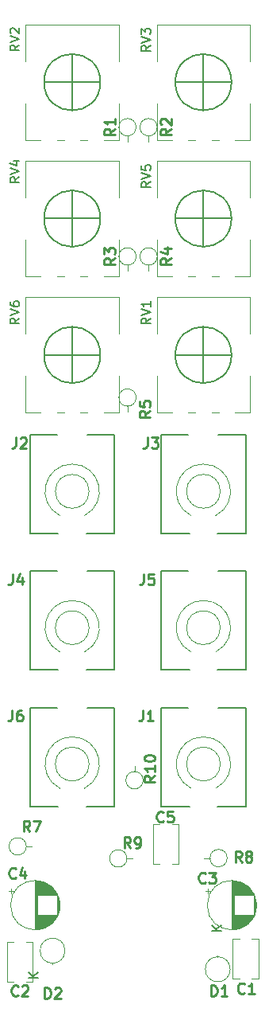
<source format=gto>
%TF.GenerationSoftware,KiCad,Pcbnew,(7.0.0)*%
%TF.CreationDate,2023-02-22T07:55:50-05:00*%
%TF.ProjectId,ER-MIXER5-02,45522d4d-4958-4455-9235-2d30322e6b69,1*%
%TF.SameCoordinates,Original*%
%TF.FileFunction,Legend,Top*%
%TF.FilePolarity,Positive*%
%FSLAX46Y46*%
G04 Gerber Fmt 4.6, Leading zero omitted, Abs format (unit mm)*
G04 Created by KiCad (PCBNEW (7.0.0)) date 2023-02-22 07:55:50*
%MOMM*%
%LPD*%
G01*
G04 APERTURE LIST*
%ADD10C,0.150000*%
%ADD11C,0.254000*%
%ADD12C,0.120000*%
%ADD13C,0.200000*%
G04 APERTURE END LIST*
D10*
%TO.C,RV5*%
X16967380Y-25595238D02*
X16491190Y-25928571D01*
X16967380Y-26166666D02*
X15967380Y-26166666D01*
X15967380Y-26166666D02*
X15967380Y-25785714D01*
X15967380Y-25785714D02*
X16015000Y-25690476D01*
X16015000Y-25690476D02*
X16062619Y-25642857D01*
X16062619Y-25642857D02*
X16157857Y-25595238D01*
X16157857Y-25595238D02*
X16300714Y-25595238D01*
X16300714Y-25595238D02*
X16395952Y-25642857D01*
X16395952Y-25642857D02*
X16443571Y-25690476D01*
X16443571Y-25690476D02*
X16491190Y-25785714D01*
X16491190Y-25785714D02*
X16491190Y-26166666D01*
X15967380Y-25309523D02*
X16967380Y-24976190D01*
X16967380Y-24976190D02*
X15967380Y-24642857D01*
X15967380Y-23833333D02*
X15967380Y-24309523D01*
X15967380Y-24309523D02*
X16443571Y-24357142D01*
X16443571Y-24357142D02*
X16395952Y-24309523D01*
X16395952Y-24309523D02*
X16348333Y-24214285D01*
X16348333Y-24214285D02*
X16348333Y-23976190D01*
X16348333Y-23976190D02*
X16395952Y-23880952D01*
X16395952Y-23880952D02*
X16443571Y-23833333D01*
X16443571Y-23833333D02*
X16538809Y-23785714D01*
X16538809Y-23785714D02*
X16776904Y-23785714D01*
X16776904Y-23785714D02*
X16872142Y-23833333D01*
X16872142Y-23833333D02*
X16919761Y-23880952D01*
X16919761Y-23880952D02*
X16967380Y-23976190D01*
X16967380Y-23976190D02*
X16967380Y-24214285D01*
X16967380Y-24214285D02*
X16919761Y-24309523D01*
X16919761Y-24309523D02*
X16872142Y-24357142D01*
D11*
%TO.C,R4*%
X19169916Y-33690499D02*
X18625630Y-34071499D01*
X19169916Y-34343642D02*
X18026916Y-34343642D01*
X18026916Y-34343642D02*
X18026916Y-33908213D01*
X18026916Y-33908213D02*
X18081345Y-33799356D01*
X18081345Y-33799356D02*
X18135773Y-33744927D01*
X18135773Y-33744927D02*
X18244630Y-33690499D01*
X18244630Y-33690499D02*
X18407916Y-33690499D01*
X18407916Y-33690499D02*
X18516773Y-33744927D01*
X18516773Y-33744927D02*
X18571202Y-33799356D01*
X18571202Y-33799356D02*
X18625630Y-33908213D01*
X18625630Y-33908213D02*
X18625630Y-34343642D01*
X18407916Y-32710785D02*
X19169916Y-32710785D01*
X17972487Y-32982927D02*
X18788916Y-33255070D01*
X18788916Y-33255070D02*
X18788916Y-32547499D01*
%TO.C,D2*%
X5656357Y-112419916D02*
X5656357Y-111276916D01*
X5656357Y-111276916D02*
X5928500Y-111276916D01*
X5928500Y-111276916D02*
X6091786Y-111331345D01*
X6091786Y-111331345D02*
X6200643Y-111440202D01*
X6200643Y-111440202D02*
X6255072Y-111549059D01*
X6255072Y-111549059D02*
X6309500Y-111766773D01*
X6309500Y-111766773D02*
X6309500Y-111930059D01*
X6309500Y-111930059D02*
X6255072Y-112147773D01*
X6255072Y-112147773D02*
X6200643Y-112256630D01*
X6200643Y-112256630D02*
X6091786Y-112365487D01*
X6091786Y-112365487D02*
X5928500Y-112419916D01*
X5928500Y-112419916D02*
X5656357Y-112419916D01*
X6744929Y-111385773D02*
X6799357Y-111331345D01*
X6799357Y-111331345D02*
X6908215Y-111276916D01*
X6908215Y-111276916D02*
X7180357Y-111276916D01*
X7180357Y-111276916D02*
X7289215Y-111331345D01*
X7289215Y-111331345D02*
X7343643Y-111385773D01*
X7343643Y-111385773D02*
X7398072Y-111494630D01*
X7398072Y-111494630D02*
X7398072Y-111603487D01*
X7398072Y-111603487D02*
X7343643Y-111766773D01*
X7343643Y-111766773D02*
X6690500Y-112419916D01*
X6690500Y-112419916D02*
X7398072Y-112419916D01*
D10*
X4985380Y-110243904D02*
X3985380Y-110243904D01*
X4985380Y-109672476D02*
X4413952Y-110101047D01*
X3985380Y-109672476D02*
X4556809Y-110243904D01*
%TO.C,RV1*%
X16967380Y-40095238D02*
X16491190Y-40428571D01*
X16967380Y-40666666D02*
X15967380Y-40666666D01*
X15967380Y-40666666D02*
X15967380Y-40285714D01*
X15967380Y-40285714D02*
X16015000Y-40190476D01*
X16015000Y-40190476D02*
X16062619Y-40142857D01*
X16062619Y-40142857D02*
X16157857Y-40095238D01*
X16157857Y-40095238D02*
X16300714Y-40095238D01*
X16300714Y-40095238D02*
X16395952Y-40142857D01*
X16395952Y-40142857D02*
X16443571Y-40190476D01*
X16443571Y-40190476D02*
X16491190Y-40285714D01*
X16491190Y-40285714D02*
X16491190Y-40666666D01*
X15967380Y-39809523D02*
X16967380Y-39476190D01*
X16967380Y-39476190D02*
X15967380Y-39142857D01*
X16967380Y-38285714D02*
X16967380Y-38857142D01*
X16967380Y-38571428D02*
X15967380Y-38571428D01*
X15967380Y-38571428D02*
X16110238Y-38666666D01*
X16110238Y-38666666D02*
X16205476Y-38761904D01*
X16205476Y-38761904D02*
X16253095Y-38857142D01*
%TO.C,RV3*%
X16967380Y-11095238D02*
X16491190Y-11428571D01*
X16967380Y-11666666D02*
X15967380Y-11666666D01*
X15967380Y-11666666D02*
X15967380Y-11285714D01*
X15967380Y-11285714D02*
X16015000Y-11190476D01*
X16015000Y-11190476D02*
X16062619Y-11142857D01*
X16062619Y-11142857D02*
X16157857Y-11095238D01*
X16157857Y-11095238D02*
X16300714Y-11095238D01*
X16300714Y-11095238D02*
X16395952Y-11142857D01*
X16395952Y-11142857D02*
X16443571Y-11190476D01*
X16443571Y-11190476D02*
X16491190Y-11285714D01*
X16491190Y-11285714D02*
X16491190Y-11666666D01*
X15967380Y-10809523D02*
X16967380Y-10476190D01*
X16967380Y-10476190D02*
X15967380Y-10142857D01*
X15967380Y-9904761D02*
X15967380Y-9285714D01*
X15967380Y-9285714D02*
X16348333Y-9619047D01*
X16348333Y-9619047D02*
X16348333Y-9476190D01*
X16348333Y-9476190D02*
X16395952Y-9380952D01*
X16395952Y-9380952D02*
X16443571Y-9333333D01*
X16443571Y-9333333D02*
X16538809Y-9285714D01*
X16538809Y-9285714D02*
X16776904Y-9285714D01*
X16776904Y-9285714D02*
X16872142Y-9333333D01*
X16872142Y-9333333D02*
X16919761Y-9380952D01*
X16919761Y-9380952D02*
X16967380Y-9476190D01*
X16967380Y-9476190D02*
X16967380Y-9761904D01*
X16967380Y-9761904D02*
X16919761Y-9857142D01*
X16919761Y-9857142D02*
X16872142Y-9904761D01*
%TO.C,RV6*%
X2967380Y-40095238D02*
X2491190Y-40428571D01*
X2967380Y-40666666D02*
X1967380Y-40666666D01*
X1967380Y-40666666D02*
X1967380Y-40285714D01*
X1967380Y-40285714D02*
X2015000Y-40190476D01*
X2015000Y-40190476D02*
X2062619Y-40142857D01*
X2062619Y-40142857D02*
X2157857Y-40095238D01*
X2157857Y-40095238D02*
X2300714Y-40095238D01*
X2300714Y-40095238D02*
X2395952Y-40142857D01*
X2395952Y-40142857D02*
X2443571Y-40190476D01*
X2443571Y-40190476D02*
X2491190Y-40285714D01*
X2491190Y-40285714D02*
X2491190Y-40666666D01*
X1967380Y-39809523D02*
X2967380Y-39476190D01*
X2967380Y-39476190D02*
X1967380Y-39142857D01*
X1967380Y-38380952D02*
X1967380Y-38571428D01*
X1967380Y-38571428D02*
X2015000Y-38666666D01*
X2015000Y-38666666D02*
X2062619Y-38714285D01*
X2062619Y-38714285D02*
X2205476Y-38809523D01*
X2205476Y-38809523D02*
X2395952Y-38857142D01*
X2395952Y-38857142D02*
X2776904Y-38857142D01*
X2776904Y-38857142D02*
X2872142Y-38809523D01*
X2872142Y-38809523D02*
X2919761Y-38761904D01*
X2919761Y-38761904D02*
X2967380Y-38666666D01*
X2967380Y-38666666D02*
X2967380Y-38476190D01*
X2967380Y-38476190D02*
X2919761Y-38380952D01*
X2919761Y-38380952D02*
X2872142Y-38333333D01*
X2872142Y-38333333D02*
X2776904Y-38285714D01*
X2776904Y-38285714D02*
X2538809Y-38285714D01*
X2538809Y-38285714D02*
X2443571Y-38333333D01*
X2443571Y-38333333D02*
X2395952Y-38380952D01*
X2395952Y-38380952D02*
X2348333Y-38476190D01*
X2348333Y-38476190D02*
X2348333Y-38666666D01*
X2348333Y-38666666D02*
X2395952Y-38761904D01*
X2395952Y-38761904D02*
X2443571Y-38809523D01*
X2443571Y-38809523D02*
X2538809Y-38857142D01*
D11*
%TO.C,J5*%
X16219000Y-67276916D02*
X16219000Y-68093345D01*
X16219000Y-68093345D02*
X16164571Y-68256630D01*
X16164571Y-68256630D02*
X16055714Y-68365487D01*
X16055714Y-68365487D02*
X15892428Y-68419916D01*
X15892428Y-68419916D02*
X15783571Y-68419916D01*
X17307571Y-67276916D02*
X16763285Y-67276916D01*
X16763285Y-67276916D02*
X16708857Y-67821202D01*
X16708857Y-67821202D02*
X16763285Y-67766773D01*
X16763285Y-67766773D02*
X16872143Y-67712345D01*
X16872143Y-67712345D02*
X17144285Y-67712345D01*
X17144285Y-67712345D02*
X17253143Y-67766773D01*
X17253143Y-67766773D02*
X17307571Y-67821202D01*
X17307571Y-67821202D02*
X17362000Y-67930059D01*
X17362000Y-67930059D02*
X17362000Y-68202202D01*
X17362000Y-68202202D02*
X17307571Y-68311059D01*
X17307571Y-68311059D02*
X17253143Y-68365487D01*
X17253143Y-68365487D02*
X17144285Y-68419916D01*
X17144285Y-68419916D02*
X16872143Y-68419916D01*
X16872143Y-68419916D02*
X16763285Y-68365487D01*
X16763285Y-68365487D02*
X16708857Y-68311059D01*
%TO.C,J6*%
X2169000Y-81776916D02*
X2169000Y-82593345D01*
X2169000Y-82593345D02*
X2114571Y-82756630D01*
X2114571Y-82756630D02*
X2005714Y-82865487D01*
X2005714Y-82865487D02*
X1842428Y-82919916D01*
X1842428Y-82919916D02*
X1733571Y-82919916D01*
X3203143Y-81776916D02*
X2985428Y-81776916D01*
X2985428Y-81776916D02*
X2876571Y-81831345D01*
X2876571Y-81831345D02*
X2822143Y-81885773D01*
X2822143Y-81885773D02*
X2713285Y-82049059D01*
X2713285Y-82049059D02*
X2658857Y-82266773D01*
X2658857Y-82266773D02*
X2658857Y-82702202D01*
X2658857Y-82702202D02*
X2713285Y-82811059D01*
X2713285Y-82811059D02*
X2767714Y-82865487D01*
X2767714Y-82865487D02*
X2876571Y-82919916D01*
X2876571Y-82919916D02*
X3094285Y-82919916D01*
X3094285Y-82919916D02*
X3203143Y-82865487D01*
X3203143Y-82865487D02*
X3257571Y-82811059D01*
X3257571Y-82811059D02*
X3312000Y-82702202D01*
X3312000Y-82702202D02*
X3312000Y-82430059D01*
X3312000Y-82430059D02*
X3257571Y-82321202D01*
X3257571Y-82321202D02*
X3203143Y-82266773D01*
X3203143Y-82266773D02*
X3094285Y-82212345D01*
X3094285Y-82212345D02*
X2876571Y-82212345D01*
X2876571Y-82212345D02*
X2767714Y-82266773D01*
X2767714Y-82266773D02*
X2713285Y-82321202D01*
X2713285Y-82321202D02*
X2658857Y-82430059D01*
%TO.C,R10*%
X17419916Y-88734785D02*
X16875630Y-89115785D01*
X17419916Y-89387928D02*
X16276916Y-89387928D01*
X16276916Y-89387928D02*
X16276916Y-88952499D01*
X16276916Y-88952499D02*
X16331345Y-88843642D01*
X16331345Y-88843642D02*
X16385773Y-88789213D01*
X16385773Y-88789213D02*
X16494630Y-88734785D01*
X16494630Y-88734785D02*
X16657916Y-88734785D01*
X16657916Y-88734785D02*
X16766773Y-88789213D01*
X16766773Y-88789213D02*
X16821202Y-88843642D01*
X16821202Y-88843642D02*
X16875630Y-88952499D01*
X16875630Y-88952499D02*
X16875630Y-89387928D01*
X17419916Y-87646213D02*
X17419916Y-88299356D01*
X17419916Y-87972785D02*
X16276916Y-87972785D01*
X16276916Y-87972785D02*
X16440202Y-88081642D01*
X16440202Y-88081642D02*
X16549059Y-88190499D01*
X16549059Y-88190499D02*
X16603487Y-88299356D01*
X16276916Y-86938642D02*
X16276916Y-86829785D01*
X16276916Y-86829785D02*
X16331345Y-86720928D01*
X16331345Y-86720928D02*
X16385773Y-86666500D01*
X16385773Y-86666500D02*
X16494630Y-86612071D01*
X16494630Y-86612071D02*
X16712345Y-86557642D01*
X16712345Y-86557642D02*
X16984487Y-86557642D01*
X16984487Y-86557642D02*
X17202202Y-86612071D01*
X17202202Y-86612071D02*
X17311059Y-86666500D01*
X17311059Y-86666500D02*
X17365487Y-86720928D01*
X17365487Y-86720928D02*
X17419916Y-86829785D01*
X17419916Y-86829785D02*
X17419916Y-86938642D01*
X17419916Y-86938642D02*
X17365487Y-87047500D01*
X17365487Y-87047500D02*
X17311059Y-87101928D01*
X17311059Y-87101928D02*
X17202202Y-87156357D01*
X17202202Y-87156357D02*
X16984487Y-87210785D01*
X16984487Y-87210785D02*
X16712345Y-87210785D01*
X16712345Y-87210785D02*
X16494630Y-87156357D01*
X16494630Y-87156357D02*
X16385773Y-87101928D01*
X16385773Y-87101928D02*
X16331345Y-87047500D01*
X16331345Y-87047500D02*
X16276916Y-86938642D01*
%TO.C,C3*%
X22809500Y-100061059D02*
X22755072Y-100115487D01*
X22755072Y-100115487D02*
X22591786Y-100169916D01*
X22591786Y-100169916D02*
X22482929Y-100169916D01*
X22482929Y-100169916D02*
X22319643Y-100115487D01*
X22319643Y-100115487D02*
X22210786Y-100006630D01*
X22210786Y-100006630D02*
X22156357Y-99897773D01*
X22156357Y-99897773D02*
X22101929Y-99680059D01*
X22101929Y-99680059D02*
X22101929Y-99516773D01*
X22101929Y-99516773D02*
X22156357Y-99299059D01*
X22156357Y-99299059D02*
X22210786Y-99190202D01*
X22210786Y-99190202D02*
X22319643Y-99081345D01*
X22319643Y-99081345D02*
X22482929Y-99026916D01*
X22482929Y-99026916D02*
X22591786Y-99026916D01*
X22591786Y-99026916D02*
X22755072Y-99081345D01*
X22755072Y-99081345D02*
X22809500Y-99135773D01*
X23190500Y-99026916D02*
X23898072Y-99026916D01*
X23898072Y-99026916D02*
X23517072Y-99462345D01*
X23517072Y-99462345D02*
X23680357Y-99462345D01*
X23680357Y-99462345D02*
X23789215Y-99516773D01*
X23789215Y-99516773D02*
X23843643Y-99571202D01*
X23843643Y-99571202D02*
X23898072Y-99680059D01*
X23898072Y-99680059D02*
X23898072Y-99952202D01*
X23898072Y-99952202D02*
X23843643Y-100061059D01*
X23843643Y-100061059D02*
X23789215Y-100115487D01*
X23789215Y-100115487D02*
X23680357Y-100169916D01*
X23680357Y-100169916D02*
X23353786Y-100169916D01*
X23353786Y-100169916D02*
X23244929Y-100115487D01*
X23244929Y-100115487D02*
X23190500Y-100061059D01*
%TO.C,R7*%
X4059500Y-94669916D02*
X3678500Y-94125630D01*
X3406357Y-94669916D02*
X3406357Y-93526916D01*
X3406357Y-93526916D02*
X3841786Y-93526916D01*
X3841786Y-93526916D02*
X3950643Y-93581345D01*
X3950643Y-93581345D02*
X4005072Y-93635773D01*
X4005072Y-93635773D02*
X4059500Y-93744630D01*
X4059500Y-93744630D02*
X4059500Y-93907916D01*
X4059500Y-93907916D02*
X4005072Y-94016773D01*
X4005072Y-94016773D02*
X3950643Y-94071202D01*
X3950643Y-94071202D02*
X3841786Y-94125630D01*
X3841786Y-94125630D02*
X3406357Y-94125630D01*
X4440500Y-93526916D02*
X5202500Y-93526916D01*
X5202500Y-93526916D02*
X4712643Y-94669916D01*
%TO.C,C1*%
X26987500Y-111817059D02*
X26933072Y-111871487D01*
X26933072Y-111871487D02*
X26769786Y-111925916D01*
X26769786Y-111925916D02*
X26660929Y-111925916D01*
X26660929Y-111925916D02*
X26497643Y-111871487D01*
X26497643Y-111871487D02*
X26388786Y-111762630D01*
X26388786Y-111762630D02*
X26334357Y-111653773D01*
X26334357Y-111653773D02*
X26279929Y-111436059D01*
X26279929Y-111436059D02*
X26279929Y-111272773D01*
X26279929Y-111272773D02*
X26334357Y-111055059D01*
X26334357Y-111055059D02*
X26388786Y-110946202D01*
X26388786Y-110946202D02*
X26497643Y-110837345D01*
X26497643Y-110837345D02*
X26660929Y-110782916D01*
X26660929Y-110782916D02*
X26769786Y-110782916D01*
X26769786Y-110782916D02*
X26933072Y-110837345D01*
X26933072Y-110837345D02*
X26987500Y-110891773D01*
X28076072Y-111925916D02*
X27422929Y-111925916D01*
X27749500Y-111925916D02*
X27749500Y-110782916D01*
X27749500Y-110782916D02*
X27640643Y-110946202D01*
X27640643Y-110946202D02*
X27531786Y-111055059D01*
X27531786Y-111055059D02*
X27422929Y-111109487D01*
%TO.C,R5*%
X16919916Y-49940499D02*
X16375630Y-50321499D01*
X16919916Y-50593642D02*
X15776916Y-50593642D01*
X15776916Y-50593642D02*
X15776916Y-50158213D01*
X15776916Y-50158213D02*
X15831345Y-50049356D01*
X15831345Y-50049356D02*
X15885773Y-49994927D01*
X15885773Y-49994927D02*
X15994630Y-49940499D01*
X15994630Y-49940499D02*
X16157916Y-49940499D01*
X16157916Y-49940499D02*
X16266773Y-49994927D01*
X16266773Y-49994927D02*
X16321202Y-50049356D01*
X16321202Y-50049356D02*
X16375630Y-50158213D01*
X16375630Y-50158213D02*
X16375630Y-50593642D01*
X15776916Y-48906356D02*
X15776916Y-49450642D01*
X15776916Y-49450642D02*
X16321202Y-49505070D01*
X16321202Y-49505070D02*
X16266773Y-49450642D01*
X16266773Y-49450642D02*
X16212345Y-49341785D01*
X16212345Y-49341785D02*
X16212345Y-49069642D01*
X16212345Y-49069642D02*
X16266773Y-48960785D01*
X16266773Y-48960785D02*
X16321202Y-48906356D01*
X16321202Y-48906356D02*
X16430059Y-48851927D01*
X16430059Y-48851927D02*
X16702202Y-48851927D01*
X16702202Y-48851927D02*
X16811059Y-48906356D01*
X16811059Y-48906356D02*
X16865487Y-48960785D01*
X16865487Y-48960785D02*
X16919916Y-49069642D01*
X16919916Y-49069642D02*
X16919916Y-49341785D01*
X16919916Y-49341785D02*
X16865487Y-49450642D01*
X16865487Y-49450642D02*
X16811059Y-49505070D01*
%TO.C,J2*%
X2583000Y-52776916D02*
X2583000Y-53593345D01*
X2583000Y-53593345D02*
X2528571Y-53756630D01*
X2528571Y-53756630D02*
X2419714Y-53865487D01*
X2419714Y-53865487D02*
X2256428Y-53919916D01*
X2256428Y-53919916D02*
X2147571Y-53919916D01*
X3072857Y-52885773D02*
X3127285Y-52831345D01*
X3127285Y-52831345D02*
X3236143Y-52776916D01*
X3236143Y-52776916D02*
X3508285Y-52776916D01*
X3508285Y-52776916D02*
X3617143Y-52831345D01*
X3617143Y-52831345D02*
X3671571Y-52885773D01*
X3671571Y-52885773D02*
X3726000Y-52994630D01*
X3726000Y-52994630D02*
X3726000Y-53103487D01*
X3726000Y-53103487D02*
X3671571Y-53266773D01*
X3671571Y-53266773D02*
X3018428Y-53919916D01*
X3018428Y-53919916D02*
X3726000Y-53919916D01*
%TO.C,J1*%
X16119000Y-81776916D02*
X16119000Y-82593345D01*
X16119000Y-82593345D02*
X16064571Y-82756630D01*
X16064571Y-82756630D02*
X15955714Y-82865487D01*
X15955714Y-82865487D02*
X15792428Y-82919916D01*
X15792428Y-82919916D02*
X15683571Y-82919916D01*
X17262000Y-82919916D02*
X16608857Y-82919916D01*
X16935428Y-82919916D02*
X16935428Y-81776916D01*
X16935428Y-81776916D02*
X16826571Y-81940202D01*
X16826571Y-81940202D02*
X16717714Y-82049059D01*
X16717714Y-82049059D02*
X16608857Y-82103487D01*
%TO.C,D1*%
X23406357Y-112169916D02*
X23406357Y-111026916D01*
X23406357Y-111026916D02*
X23678500Y-111026916D01*
X23678500Y-111026916D02*
X23841786Y-111081345D01*
X23841786Y-111081345D02*
X23950643Y-111190202D01*
X23950643Y-111190202D02*
X24005072Y-111299059D01*
X24005072Y-111299059D02*
X24059500Y-111516773D01*
X24059500Y-111516773D02*
X24059500Y-111680059D01*
X24059500Y-111680059D02*
X24005072Y-111897773D01*
X24005072Y-111897773D02*
X23950643Y-112006630D01*
X23950643Y-112006630D02*
X23841786Y-112115487D01*
X23841786Y-112115487D02*
X23678500Y-112169916D01*
X23678500Y-112169916D02*
X23406357Y-112169916D01*
X25148072Y-112169916D02*
X24494929Y-112169916D01*
X24821500Y-112169916D02*
X24821500Y-111026916D01*
X24821500Y-111026916D02*
X24712643Y-111190202D01*
X24712643Y-111190202D02*
X24603786Y-111299059D01*
X24603786Y-111299059D02*
X24494929Y-111353487D01*
D10*
X24497380Y-105240219D02*
X23497380Y-105240219D01*
X24497380Y-104668791D02*
X23925952Y-105097362D01*
X23497380Y-104668791D02*
X24068809Y-105240219D01*
D11*
%TO.C,C2*%
X2809500Y-112061059D02*
X2755072Y-112115487D01*
X2755072Y-112115487D02*
X2591786Y-112169916D01*
X2591786Y-112169916D02*
X2482929Y-112169916D01*
X2482929Y-112169916D02*
X2319643Y-112115487D01*
X2319643Y-112115487D02*
X2210786Y-112006630D01*
X2210786Y-112006630D02*
X2156357Y-111897773D01*
X2156357Y-111897773D02*
X2101929Y-111680059D01*
X2101929Y-111680059D02*
X2101929Y-111516773D01*
X2101929Y-111516773D02*
X2156357Y-111299059D01*
X2156357Y-111299059D02*
X2210786Y-111190202D01*
X2210786Y-111190202D02*
X2319643Y-111081345D01*
X2319643Y-111081345D02*
X2482929Y-111026916D01*
X2482929Y-111026916D02*
X2591786Y-111026916D01*
X2591786Y-111026916D02*
X2755072Y-111081345D01*
X2755072Y-111081345D02*
X2809500Y-111135773D01*
X3244929Y-111135773D02*
X3299357Y-111081345D01*
X3299357Y-111081345D02*
X3408215Y-111026916D01*
X3408215Y-111026916D02*
X3680357Y-111026916D01*
X3680357Y-111026916D02*
X3789215Y-111081345D01*
X3789215Y-111081345D02*
X3843643Y-111135773D01*
X3843643Y-111135773D02*
X3898072Y-111244630D01*
X3898072Y-111244630D02*
X3898072Y-111353487D01*
X3898072Y-111353487D02*
X3843643Y-111516773D01*
X3843643Y-111516773D02*
X3190500Y-112169916D01*
X3190500Y-112169916D02*
X3898072Y-112169916D01*
%TO.C,R8*%
X26685494Y-97919928D02*
X26304494Y-97375642D01*
X26032351Y-97919928D02*
X26032351Y-96776928D01*
X26032351Y-96776928D02*
X26467780Y-96776928D01*
X26467780Y-96776928D02*
X26576637Y-96831357D01*
X26576637Y-96831357D02*
X26631066Y-96885785D01*
X26631066Y-96885785D02*
X26685494Y-96994642D01*
X26685494Y-96994642D02*
X26685494Y-97157928D01*
X26685494Y-97157928D02*
X26631066Y-97266785D01*
X26631066Y-97266785D02*
X26576637Y-97321214D01*
X26576637Y-97321214D02*
X26467780Y-97375642D01*
X26467780Y-97375642D02*
X26032351Y-97375642D01*
X27338637Y-97266785D02*
X27229780Y-97212357D01*
X27229780Y-97212357D02*
X27175351Y-97157928D01*
X27175351Y-97157928D02*
X27120923Y-97049071D01*
X27120923Y-97049071D02*
X27120923Y-96994642D01*
X27120923Y-96994642D02*
X27175351Y-96885785D01*
X27175351Y-96885785D02*
X27229780Y-96831357D01*
X27229780Y-96831357D02*
X27338637Y-96776928D01*
X27338637Y-96776928D02*
X27556351Y-96776928D01*
X27556351Y-96776928D02*
X27665209Y-96831357D01*
X27665209Y-96831357D02*
X27719637Y-96885785D01*
X27719637Y-96885785D02*
X27774066Y-96994642D01*
X27774066Y-96994642D02*
X27774066Y-97049071D01*
X27774066Y-97049071D02*
X27719637Y-97157928D01*
X27719637Y-97157928D02*
X27665209Y-97212357D01*
X27665209Y-97212357D02*
X27556351Y-97266785D01*
X27556351Y-97266785D02*
X27338637Y-97266785D01*
X27338637Y-97266785D02*
X27229780Y-97321214D01*
X27229780Y-97321214D02*
X27175351Y-97375642D01*
X27175351Y-97375642D02*
X27120923Y-97484499D01*
X27120923Y-97484499D02*
X27120923Y-97702214D01*
X27120923Y-97702214D02*
X27175351Y-97811071D01*
X27175351Y-97811071D02*
X27229780Y-97865499D01*
X27229780Y-97865499D02*
X27338637Y-97919928D01*
X27338637Y-97919928D02*
X27556351Y-97919928D01*
X27556351Y-97919928D02*
X27665209Y-97865499D01*
X27665209Y-97865499D02*
X27719637Y-97811071D01*
X27719637Y-97811071D02*
X27774066Y-97702214D01*
X27774066Y-97702214D02*
X27774066Y-97484499D01*
X27774066Y-97484499D02*
X27719637Y-97375642D01*
X27719637Y-97375642D02*
X27665209Y-97321214D01*
X27665209Y-97321214D02*
X27556351Y-97266785D01*
%TO.C,R3*%
X13169916Y-33690499D02*
X12625630Y-34071499D01*
X13169916Y-34343642D02*
X12026916Y-34343642D01*
X12026916Y-34343642D02*
X12026916Y-33908213D01*
X12026916Y-33908213D02*
X12081345Y-33799356D01*
X12081345Y-33799356D02*
X12135773Y-33744927D01*
X12135773Y-33744927D02*
X12244630Y-33690499D01*
X12244630Y-33690499D02*
X12407916Y-33690499D01*
X12407916Y-33690499D02*
X12516773Y-33744927D01*
X12516773Y-33744927D02*
X12571202Y-33799356D01*
X12571202Y-33799356D02*
X12625630Y-33908213D01*
X12625630Y-33908213D02*
X12625630Y-34343642D01*
X12026916Y-33309499D02*
X12026916Y-32601927D01*
X12026916Y-32601927D02*
X12462345Y-32982927D01*
X12462345Y-32982927D02*
X12462345Y-32819642D01*
X12462345Y-32819642D02*
X12516773Y-32710785D01*
X12516773Y-32710785D02*
X12571202Y-32656356D01*
X12571202Y-32656356D02*
X12680059Y-32601927D01*
X12680059Y-32601927D02*
X12952202Y-32601927D01*
X12952202Y-32601927D02*
X13061059Y-32656356D01*
X13061059Y-32656356D02*
X13115487Y-32710785D01*
X13115487Y-32710785D02*
X13169916Y-32819642D01*
X13169916Y-32819642D02*
X13169916Y-33146213D01*
X13169916Y-33146213D02*
X13115487Y-33255070D01*
X13115487Y-33255070D02*
X13061059Y-33309499D01*
%TO.C,R9*%
X14809500Y-96419916D02*
X14428500Y-95875630D01*
X14156357Y-96419916D02*
X14156357Y-95276916D01*
X14156357Y-95276916D02*
X14591786Y-95276916D01*
X14591786Y-95276916D02*
X14700643Y-95331345D01*
X14700643Y-95331345D02*
X14755072Y-95385773D01*
X14755072Y-95385773D02*
X14809500Y-95494630D01*
X14809500Y-95494630D02*
X14809500Y-95657916D01*
X14809500Y-95657916D02*
X14755072Y-95766773D01*
X14755072Y-95766773D02*
X14700643Y-95821202D01*
X14700643Y-95821202D02*
X14591786Y-95875630D01*
X14591786Y-95875630D02*
X14156357Y-95875630D01*
X15353786Y-96419916D02*
X15571500Y-96419916D01*
X15571500Y-96419916D02*
X15680357Y-96365487D01*
X15680357Y-96365487D02*
X15734786Y-96311059D01*
X15734786Y-96311059D02*
X15843643Y-96147773D01*
X15843643Y-96147773D02*
X15898072Y-95930059D01*
X15898072Y-95930059D02*
X15898072Y-95494630D01*
X15898072Y-95494630D02*
X15843643Y-95385773D01*
X15843643Y-95385773D02*
X15789215Y-95331345D01*
X15789215Y-95331345D02*
X15680357Y-95276916D01*
X15680357Y-95276916D02*
X15462643Y-95276916D01*
X15462643Y-95276916D02*
X15353786Y-95331345D01*
X15353786Y-95331345D02*
X15299357Y-95385773D01*
X15299357Y-95385773D02*
X15244929Y-95494630D01*
X15244929Y-95494630D02*
X15244929Y-95766773D01*
X15244929Y-95766773D02*
X15299357Y-95875630D01*
X15299357Y-95875630D02*
X15353786Y-95930059D01*
X15353786Y-95930059D02*
X15462643Y-95984487D01*
X15462643Y-95984487D02*
X15680357Y-95984487D01*
X15680357Y-95984487D02*
X15789215Y-95930059D01*
X15789215Y-95930059D02*
X15843643Y-95875630D01*
X15843643Y-95875630D02*
X15898072Y-95766773D01*
%TO.C,J4*%
X2219000Y-67276916D02*
X2219000Y-68093345D01*
X2219000Y-68093345D02*
X2164571Y-68256630D01*
X2164571Y-68256630D02*
X2055714Y-68365487D01*
X2055714Y-68365487D02*
X1892428Y-68419916D01*
X1892428Y-68419916D02*
X1783571Y-68419916D01*
X3253143Y-67657916D02*
X3253143Y-68419916D01*
X2981000Y-67222487D02*
X2708857Y-68038916D01*
X2708857Y-68038916D02*
X3416428Y-68038916D01*
D10*
%TO.C,RV2*%
X2967380Y-11045238D02*
X2491190Y-11378571D01*
X2967380Y-11616666D02*
X1967380Y-11616666D01*
X1967380Y-11616666D02*
X1967380Y-11235714D01*
X1967380Y-11235714D02*
X2015000Y-11140476D01*
X2015000Y-11140476D02*
X2062619Y-11092857D01*
X2062619Y-11092857D02*
X2157857Y-11045238D01*
X2157857Y-11045238D02*
X2300714Y-11045238D01*
X2300714Y-11045238D02*
X2395952Y-11092857D01*
X2395952Y-11092857D02*
X2443571Y-11140476D01*
X2443571Y-11140476D02*
X2491190Y-11235714D01*
X2491190Y-11235714D02*
X2491190Y-11616666D01*
X1967380Y-10759523D02*
X2967380Y-10426190D01*
X2967380Y-10426190D02*
X1967380Y-10092857D01*
X2062619Y-9807142D02*
X2015000Y-9759523D01*
X2015000Y-9759523D02*
X1967380Y-9664285D01*
X1967380Y-9664285D02*
X1967380Y-9426190D01*
X1967380Y-9426190D02*
X2015000Y-9330952D01*
X2015000Y-9330952D02*
X2062619Y-9283333D01*
X2062619Y-9283333D02*
X2157857Y-9235714D01*
X2157857Y-9235714D02*
X2253095Y-9235714D01*
X2253095Y-9235714D02*
X2395952Y-9283333D01*
X2395952Y-9283333D02*
X2967380Y-9854761D01*
X2967380Y-9854761D02*
X2967380Y-9235714D01*
D11*
%TO.C,R1*%
X13169916Y-19940499D02*
X12625630Y-20321499D01*
X13169916Y-20593642D02*
X12026916Y-20593642D01*
X12026916Y-20593642D02*
X12026916Y-20158213D01*
X12026916Y-20158213D02*
X12081345Y-20049356D01*
X12081345Y-20049356D02*
X12135773Y-19994927D01*
X12135773Y-19994927D02*
X12244630Y-19940499D01*
X12244630Y-19940499D02*
X12407916Y-19940499D01*
X12407916Y-19940499D02*
X12516773Y-19994927D01*
X12516773Y-19994927D02*
X12571202Y-20049356D01*
X12571202Y-20049356D02*
X12625630Y-20158213D01*
X12625630Y-20158213D02*
X12625630Y-20593642D01*
X13169916Y-18851927D02*
X13169916Y-19505070D01*
X13169916Y-19178499D02*
X12026916Y-19178499D01*
X12026916Y-19178499D02*
X12190202Y-19287356D01*
X12190202Y-19287356D02*
X12299059Y-19396213D01*
X12299059Y-19396213D02*
X12353487Y-19505070D01*
D10*
%TO.C,RV4*%
X2967380Y-25095238D02*
X2491190Y-25428571D01*
X2967380Y-25666666D02*
X1967380Y-25666666D01*
X1967380Y-25666666D02*
X1967380Y-25285714D01*
X1967380Y-25285714D02*
X2015000Y-25190476D01*
X2015000Y-25190476D02*
X2062619Y-25142857D01*
X2062619Y-25142857D02*
X2157857Y-25095238D01*
X2157857Y-25095238D02*
X2300714Y-25095238D01*
X2300714Y-25095238D02*
X2395952Y-25142857D01*
X2395952Y-25142857D02*
X2443571Y-25190476D01*
X2443571Y-25190476D02*
X2491190Y-25285714D01*
X2491190Y-25285714D02*
X2491190Y-25666666D01*
X1967380Y-24809523D02*
X2967380Y-24476190D01*
X2967380Y-24476190D02*
X1967380Y-24142857D01*
X2300714Y-23380952D02*
X2967380Y-23380952D01*
X1919761Y-23619047D02*
X2634047Y-23857142D01*
X2634047Y-23857142D02*
X2634047Y-23238095D01*
D11*
%TO.C,R2*%
X19169916Y-19940499D02*
X18625630Y-20321499D01*
X19169916Y-20593642D02*
X18026916Y-20593642D01*
X18026916Y-20593642D02*
X18026916Y-20158213D01*
X18026916Y-20158213D02*
X18081345Y-20049356D01*
X18081345Y-20049356D02*
X18135773Y-19994927D01*
X18135773Y-19994927D02*
X18244630Y-19940499D01*
X18244630Y-19940499D02*
X18407916Y-19940499D01*
X18407916Y-19940499D02*
X18516773Y-19994927D01*
X18516773Y-19994927D02*
X18571202Y-20049356D01*
X18571202Y-20049356D02*
X18625630Y-20158213D01*
X18625630Y-20158213D02*
X18625630Y-20593642D01*
X18135773Y-19505070D02*
X18081345Y-19450642D01*
X18081345Y-19450642D02*
X18026916Y-19341785D01*
X18026916Y-19341785D02*
X18026916Y-19069642D01*
X18026916Y-19069642D02*
X18081345Y-18960785D01*
X18081345Y-18960785D02*
X18135773Y-18906356D01*
X18135773Y-18906356D02*
X18244630Y-18851927D01*
X18244630Y-18851927D02*
X18353487Y-18851927D01*
X18353487Y-18851927D02*
X18516773Y-18906356D01*
X18516773Y-18906356D02*
X19169916Y-19559499D01*
X19169916Y-19559499D02*
X19169916Y-18851927D01*
%TO.C,C5*%
X18309500Y-93561059D02*
X18255072Y-93615487D01*
X18255072Y-93615487D02*
X18091786Y-93669916D01*
X18091786Y-93669916D02*
X17982929Y-93669916D01*
X17982929Y-93669916D02*
X17819643Y-93615487D01*
X17819643Y-93615487D02*
X17710786Y-93506630D01*
X17710786Y-93506630D02*
X17656357Y-93397773D01*
X17656357Y-93397773D02*
X17601929Y-93180059D01*
X17601929Y-93180059D02*
X17601929Y-93016773D01*
X17601929Y-93016773D02*
X17656357Y-92799059D01*
X17656357Y-92799059D02*
X17710786Y-92690202D01*
X17710786Y-92690202D02*
X17819643Y-92581345D01*
X17819643Y-92581345D02*
X17982929Y-92526916D01*
X17982929Y-92526916D02*
X18091786Y-92526916D01*
X18091786Y-92526916D02*
X18255072Y-92581345D01*
X18255072Y-92581345D02*
X18309500Y-92635773D01*
X19343643Y-92526916D02*
X18799357Y-92526916D01*
X18799357Y-92526916D02*
X18744929Y-93071202D01*
X18744929Y-93071202D02*
X18799357Y-93016773D01*
X18799357Y-93016773D02*
X18908215Y-92962345D01*
X18908215Y-92962345D02*
X19180357Y-92962345D01*
X19180357Y-92962345D02*
X19289215Y-93016773D01*
X19289215Y-93016773D02*
X19343643Y-93071202D01*
X19343643Y-93071202D02*
X19398072Y-93180059D01*
X19398072Y-93180059D02*
X19398072Y-93452202D01*
X19398072Y-93452202D02*
X19343643Y-93561059D01*
X19343643Y-93561059D02*
X19289215Y-93615487D01*
X19289215Y-93615487D02*
X19180357Y-93669916D01*
X19180357Y-93669916D02*
X18908215Y-93669916D01*
X18908215Y-93669916D02*
X18799357Y-93615487D01*
X18799357Y-93615487D02*
X18744929Y-93561059D01*
%TO.C,C4*%
X2559500Y-99561059D02*
X2505072Y-99615487D01*
X2505072Y-99615487D02*
X2341786Y-99669916D01*
X2341786Y-99669916D02*
X2232929Y-99669916D01*
X2232929Y-99669916D02*
X2069643Y-99615487D01*
X2069643Y-99615487D02*
X1960786Y-99506630D01*
X1960786Y-99506630D02*
X1906357Y-99397773D01*
X1906357Y-99397773D02*
X1851929Y-99180059D01*
X1851929Y-99180059D02*
X1851929Y-99016773D01*
X1851929Y-99016773D02*
X1906357Y-98799059D01*
X1906357Y-98799059D02*
X1960786Y-98690202D01*
X1960786Y-98690202D02*
X2069643Y-98581345D01*
X2069643Y-98581345D02*
X2232929Y-98526916D01*
X2232929Y-98526916D02*
X2341786Y-98526916D01*
X2341786Y-98526916D02*
X2505072Y-98581345D01*
X2505072Y-98581345D02*
X2559500Y-98635773D01*
X3539215Y-98907916D02*
X3539215Y-99669916D01*
X3267072Y-98472487D02*
X2994929Y-99288916D01*
X2994929Y-99288916D02*
X3702500Y-99288916D01*
%TO.C,J3*%
X16613000Y-52776916D02*
X16613000Y-53593345D01*
X16613000Y-53593345D02*
X16558571Y-53756630D01*
X16558571Y-53756630D02*
X16449714Y-53865487D01*
X16449714Y-53865487D02*
X16286428Y-53919916D01*
X16286428Y-53919916D02*
X16177571Y-53919916D01*
X17048428Y-52776916D02*
X17756000Y-52776916D01*
X17756000Y-52776916D02*
X17375000Y-53212345D01*
X17375000Y-53212345D02*
X17538285Y-53212345D01*
X17538285Y-53212345D02*
X17647143Y-53266773D01*
X17647143Y-53266773D02*
X17701571Y-53321202D01*
X17701571Y-53321202D02*
X17756000Y-53430059D01*
X17756000Y-53430059D02*
X17756000Y-53702202D01*
X17756000Y-53702202D02*
X17701571Y-53811059D01*
X17701571Y-53811059D02*
X17647143Y-53865487D01*
X17647143Y-53865487D02*
X17538285Y-53919916D01*
X17538285Y-53919916D02*
X17211714Y-53919916D01*
X17211714Y-53919916D02*
X17102857Y-53865487D01*
X17102857Y-53865487D02*
X17048428Y-53811059D01*
D12*
%TO.C,RV5*%
X17630000Y-35620000D02*
X19229000Y-35620000D01*
X17630000Y-35620000D02*
X17630000Y-31755000D01*
X20971000Y-35620000D02*
X21730000Y-35620000D01*
X23471000Y-35620000D02*
X24230000Y-35620000D01*
X25970000Y-35620000D02*
X27570000Y-35620000D01*
X27570000Y-35620000D02*
X27570000Y-31755000D01*
D10*
X22600000Y-32500000D02*
X22600000Y-26500000D01*
X19600000Y-29500000D02*
X25600000Y-29500000D01*
D12*
X17630000Y-27245000D02*
X17630000Y-23380000D01*
X27570000Y-27245000D02*
X27570000Y-23380000D01*
X17630000Y-23380000D02*
X27570000Y-23380000D01*
D10*
X25600000Y-29500000D02*
G75*
G03*
X25600000Y-29500000I-3000000J0D01*
G01*
D12*
%TO.C,R4*%
X16750000Y-34450000D02*
X16750000Y-35070000D01*
X17670000Y-33530000D02*
G75*
G03*
X17670000Y-33530000I-920000J0D01*
G01*
%TO.C,D2*%
X6500000Y-108670057D02*
X6500000Y-108783686D01*
X7826371Y-107343686D02*
G75*
G03*
X7826371Y-107343686I-1326371J0D01*
G01*
%TO.C,RV1*%
X17630000Y-50120000D02*
X19229000Y-50120000D01*
X17630000Y-50120000D02*
X17630000Y-46255000D01*
X20971000Y-50120000D02*
X21730000Y-50120000D01*
X23471000Y-50120000D02*
X24230000Y-50120000D01*
X25970000Y-50120000D02*
X27570000Y-50120000D01*
X27570000Y-50120000D02*
X27570000Y-46255000D01*
D10*
X22600000Y-47000000D02*
X22600000Y-41000000D01*
X19600000Y-44000000D02*
X25600000Y-44000000D01*
D12*
X17630000Y-41745000D02*
X17630000Y-37880000D01*
X27570000Y-41745000D02*
X27570000Y-37880000D01*
X17630000Y-37880000D02*
X27570000Y-37880000D01*
D10*
X25600000Y-44000000D02*
G75*
G03*
X25600000Y-44000000I-3000000J0D01*
G01*
D12*
%TO.C,RV3*%
X17630000Y-21120000D02*
X19229000Y-21120000D01*
X17630000Y-21120000D02*
X17630000Y-17255000D01*
X20971000Y-21120000D02*
X21730000Y-21120000D01*
X23471000Y-21120000D02*
X24230000Y-21120000D01*
X25970000Y-21120000D02*
X27570000Y-21120000D01*
X27570000Y-21120000D02*
X27570000Y-17255000D01*
D10*
X22600000Y-18000000D02*
X22600000Y-12000000D01*
X19600000Y-15000000D02*
X25600000Y-15000000D01*
D12*
X17630000Y-12745000D02*
X17630000Y-8880000D01*
X27570000Y-12745000D02*
X27570000Y-8880000D01*
X17630000Y-8880000D02*
X27570000Y-8880000D01*
D10*
X25600000Y-15000000D02*
G75*
G03*
X25600000Y-15000000I-3000000J0D01*
G01*
D12*
%TO.C,RV6*%
X3630000Y-50120000D02*
X5229000Y-50120000D01*
X3630000Y-50120000D02*
X3630000Y-46255000D01*
X6971000Y-50120000D02*
X7730000Y-50120000D01*
X9471000Y-50120000D02*
X10230000Y-50120000D01*
X11970000Y-50120000D02*
X13570000Y-50120000D01*
X13570000Y-50120000D02*
X13570000Y-46255000D01*
D10*
X8600000Y-47000000D02*
X8600000Y-41000000D01*
X5600000Y-44000000D02*
X11600000Y-44000000D01*
D12*
X3630000Y-41745000D02*
X3630000Y-37880000D01*
X13570000Y-41745000D02*
X13570000Y-37880000D01*
X3630000Y-37880000D02*
X13570000Y-37880000D01*
D10*
X11600000Y-44000000D02*
G75*
G03*
X11600000Y-44000000I-3000000J0D01*
G01*
D13*
%TO.C,J5*%
X18100000Y-67000000D02*
X21000000Y-67000000D01*
X18100000Y-77500000D02*
X18100000Y-67000000D01*
X18100000Y-77500000D02*
X21100000Y-77500000D01*
X24100000Y-77500000D02*
X27100000Y-77500000D01*
X24200000Y-67000000D02*
X27100000Y-67000000D01*
X27100000Y-77500000D02*
X27100000Y-67000000D01*
D12*
X22600000Y-70105000D02*
G75*
G03*
X21303737Y-75588576I0J-2895000D01*
G01*
X23896263Y-75588576D02*
G75*
G03*
X22600000Y-70105000I-1296263J2588576D01*
G01*
X24400000Y-73000000D02*
G75*
G03*
X24400000Y-73000000I-1800000J0D01*
G01*
D13*
%TO.C,J6*%
X4100000Y-81500000D02*
X7000000Y-81500000D01*
X4100000Y-92000000D02*
X4100000Y-81500000D01*
X4100000Y-92000000D02*
X7100000Y-92000000D01*
X10100000Y-92000000D02*
X13100000Y-92000000D01*
X10200000Y-81500000D02*
X13100000Y-81500000D01*
X13100000Y-92000000D02*
X13100000Y-81500000D01*
D12*
X8600000Y-84605000D02*
G75*
G03*
X7303737Y-90088576I0J-2895000D01*
G01*
X9896263Y-90088576D02*
G75*
G03*
X8600000Y-84605000I-1296263J2588576D01*
G01*
X10400000Y-87500000D02*
G75*
G03*
X10400000Y-87500000I-1800000J0D01*
G01*
%TO.C,R10*%
X15250000Y-88300000D02*
X15250000Y-87680000D01*
X16170000Y-89220000D02*
G75*
G03*
X16170000Y-89220000I-920000J0D01*
G01*
%TO.C,C3*%
X22829225Y-101025000D02*
X23329225Y-101025000D01*
X23079225Y-100775000D02*
X23079225Y-101275000D01*
X25634000Y-99920000D02*
X25634000Y-105080000D01*
X25674000Y-99920000D02*
X25674000Y-105080000D01*
X25714000Y-99921000D02*
X25714000Y-105079000D01*
X25754000Y-99922000D02*
X25754000Y-105078000D01*
X25794000Y-99924000D02*
X25794000Y-105076000D01*
X25834000Y-99927000D02*
X25834000Y-105073000D01*
X25874000Y-99931000D02*
X25874000Y-101460000D01*
X25874000Y-103540000D02*
X25874000Y-105069000D01*
X25914000Y-99935000D02*
X25914000Y-101460000D01*
X25914000Y-103540000D02*
X25914000Y-105065000D01*
X25954000Y-99939000D02*
X25954000Y-101460000D01*
X25954000Y-103540000D02*
X25954000Y-105061000D01*
X25994000Y-99944000D02*
X25994000Y-101460000D01*
X25994000Y-103540000D02*
X25994000Y-105056000D01*
X26034000Y-99950000D02*
X26034000Y-101460000D01*
X26034000Y-103540000D02*
X26034000Y-105050000D01*
X26074000Y-99957000D02*
X26074000Y-101460000D01*
X26074000Y-103540000D02*
X26074000Y-105043000D01*
X26114000Y-99964000D02*
X26114000Y-101460000D01*
X26114000Y-103540000D02*
X26114000Y-105036000D01*
X26154000Y-99972000D02*
X26154000Y-101460000D01*
X26154000Y-103540000D02*
X26154000Y-105028000D01*
X26194000Y-99980000D02*
X26194000Y-101460000D01*
X26194000Y-103540000D02*
X26194000Y-105020000D01*
X26234000Y-99989000D02*
X26234000Y-101460000D01*
X26234000Y-103540000D02*
X26234000Y-105011000D01*
X26274000Y-99999000D02*
X26274000Y-101460000D01*
X26274000Y-103540000D02*
X26274000Y-105001000D01*
X26314000Y-100009000D02*
X26314000Y-101460000D01*
X26314000Y-103540000D02*
X26314000Y-104991000D01*
X26355000Y-100020000D02*
X26355000Y-101460000D01*
X26355000Y-103540000D02*
X26355000Y-104980000D01*
X26395000Y-100032000D02*
X26395000Y-101460000D01*
X26395000Y-103540000D02*
X26395000Y-104968000D01*
X26435000Y-100045000D02*
X26435000Y-101460000D01*
X26435000Y-103540000D02*
X26435000Y-104955000D01*
X26475000Y-100058000D02*
X26475000Y-101460000D01*
X26475000Y-103540000D02*
X26475000Y-104942000D01*
X26515000Y-100072000D02*
X26515000Y-101460000D01*
X26515000Y-103540000D02*
X26515000Y-104928000D01*
X26555000Y-100086000D02*
X26555000Y-101460000D01*
X26555000Y-103540000D02*
X26555000Y-104914000D01*
X26595000Y-100102000D02*
X26595000Y-101460000D01*
X26595000Y-103540000D02*
X26595000Y-104898000D01*
X26635000Y-100118000D02*
X26635000Y-101460000D01*
X26635000Y-103540000D02*
X26635000Y-104882000D01*
X26675000Y-100135000D02*
X26675000Y-101460000D01*
X26675000Y-103540000D02*
X26675000Y-104865000D01*
X26715000Y-100152000D02*
X26715000Y-101460000D01*
X26715000Y-103540000D02*
X26715000Y-104848000D01*
X26755000Y-100171000D02*
X26755000Y-101460000D01*
X26755000Y-103540000D02*
X26755000Y-104829000D01*
X26795000Y-100190000D02*
X26795000Y-101460000D01*
X26795000Y-103540000D02*
X26795000Y-104810000D01*
X26835000Y-100210000D02*
X26835000Y-101460000D01*
X26835000Y-103540000D02*
X26835000Y-104790000D01*
X26875000Y-100232000D02*
X26875000Y-101460000D01*
X26875000Y-103540000D02*
X26875000Y-104768000D01*
X26915000Y-100253000D02*
X26915000Y-101460000D01*
X26915000Y-103540000D02*
X26915000Y-104747000D01*
X26955000Y-100276000D02*
X26955000Y-101460000D01*
X26955000Y-103540000D02*
X26955000Y-104724000D01*
X26995000Y-100300000D02*
X26995000Y-101460000D01*
X26995000Y-103540000D02*
X26995000Y-104700000D01*
X27035000Y-100325000D02*
X27035000Y-101460000D01*
X27035000Y-103540000D02*
X27035000Y-104675000D01*
X27075000Y-100351000D02*
X27075000Y-101460000D01*
X27075000Y-103540000D02*
X27075000Y-104649000D01*
X27115000Y-100378000D02*
X27115000Y-101460000D01*
X27115000Y-103540000D02*
X27115000Y-104622000D01*
X27155000Y-100405000D02*
X27155000Y-101460000D01*
X27155000Y-103540000D02*
X27155000Y-104595000D01*
X27195000Y-100435000D02*
X27195000Y-101460000D01*
X27195000Y-103540000D02*
X27195000Y-104565000D01*
X27235000Y-100465000D02*
X27235000Y-101460000D01*
X27235000Y-103540000D02*
X27235000Y-104535000D01*
X27275000Y-100496000D02*
X27275000Y-101460000D01*
X27275000Y-103540000D02*
X27275000Y-104504000D01*
X27315000Y-100529000D02*
X27315000Y-101460000D01*
X27315000Y-103540000D02*
X27315000Y-104471000D01*
X27355000Y-100563000D02*
X27355000Y-101460000D01*
X27355000Y-103540000D02*
X27355000Y-104437000D01*
X27395000Y-100599000D02*
X27395000Y-101460000D01*
X27395000Y-103540000D02*
X27395000Y-104401000D01*
X27435000Y-100636000D02*
X27435000Y-101460000D01*
X27435000Y-103540000D02*
X27435000Y-104364000D01*
X27475000Y-100674000D02*
X27475000Y-101460000D01*
X27475000Y-103540000D02*
X27475000Y-104326000D01*
X27515000Y-100715000D02*
X27515000Y-101460000D01*
X27515000Y-103540000D02*
X27515000Y-104285000D01*
X27555000Y-100757000D02*
X27555000Y-101460000D01*
X27555000Y-103540000D02*
X27555000Y-104243000D01*
X27595000Y-100801000D02*
X27595000Y-101460000D01*
X27595000Y-103540000D02*
X27595000Y-104199000D01*
X27635000Y-100847000D02*
X27635000Y-101460000D01*
X27635000Y-103540000D02*
X27635000Y-104153000D01*
X27675000Y-100895000D02*
X27675000Y-101460000D01*
X27675000Y-103540000D02*
X27675000Y-104105000D01*
X27715000Y-100946000D02*
X27715000Y-101460000D01*
X27715000Y-103540000D02*
X27715000Y-104054000D01*
X27755000Y-101000000D02*
X27755000Y-101460000D01*
X27755000Y-103540000D02*
X27755000Y-104000000D01*
X27795000Y-101057000D02*
X27795000Y-101460000D01*
X27795000Y-103540000D02*
X27795000Y-103943000D01*
X27835000Y-101117000D02*
X27835000Y-101460000D01*
X27835000Y-103540000D02*
X27835000Y-103883000D01*
X27875000Y-101181000D02*
X27875000Y-101460000D01*
X27875000Y-103540000D02*
X27875000Y-103819000D01*
X27915000Y-101249000D02*
X27915000Y-101460000D01*
X27915000Y-103540000D02*
X27915000Y-103751000D01*
X27955000Y-101322000D02*
X27955000Y-103678000D01*
X27995000Y-101402000D02*
X27995000Y-103598000D01*
X28035000Y-101489000D02*
X28035000Y-103511000D01*
X28075000Y-101585000D02*
X28075000Y-103415000D01*
X28115000Y-101695000D02*
X28115000Y-103305000D01*
X28155000Y-101823000D02*
X28155000Y-103177000D01*
X28195000Y-101982000D02*
X28195000Y-103018000D01*
X28235000Y-102216000D02*
X28235000Y-102784000D01*
X28254000Y-102500000D02*
G75*
G03*
X28254000Y-102500000I-2620000J0D01*
G01*
%TO.C,R7*%
X3700000Y-96250000D02*
X4320000Y-96250000D01*
X3700000Y-96250000D02*
G75*
G03*
X3700000Y-96250000I-920000J0D01*
G01*
%TO.C,C1*%
X28470000Y-106084000D02*
X27765000Y-106084000D01*
X28470000Y-106084000D02*
X28470000Y-110324000D01*
X26435000Y-106084000D02*
X25730000Y-106084000D01*
X25730000Y-106084000D02*
X25730000Y-110324000D01*
X28470000Y-110324000D02*
X27765000Y-110324000D01*
X26435000Y-110324000D02*
X25730000Y-110324000D01*
%TO.C,R5*%
X14500000Y-49450000D02*
X14500000Y-50070000D01*
X15420000Y-48530000D02*
G75*
G03*
X15420000Y-48530000I-920000J0D01*
G01*
D13*
%TO.C,J2*%
X4100000Y-52500000D02*
X7000000Y-52500000D01*
X4100000Y-63000000D02*
X4100000Y-52500000D01*
X4100000Y-63000000D02*
X7100000Y-63000000D01*
X10100000Y-63000000D02*
X13100000Y-63000000D01*
X10200000Y-52500000D02*
X13100000Y-52500000D01*
X13100000Y-63000000D02*
X13100000Y-52500000D01*
D12*
X8600000Y-55605000D02*
G75*
G03*
X7303737Y-61088576I0J-2895000D01*
G01*
X9896263Y-61088576D02*
G75*
G03*
X8600000Y-55605000I-1296263J2588576D01*
G01*
X10400000Y-58500000D02*
G75*
G03*
X10400000Y-58500000I-1800000J0D01*
G01*
D13*
%TO.C,J1*%
X18100000Y-81500000D02*
X21000000Y-81500000D01*
X18100000Y-92000000D02*
X18100000Y-81500000D01*
X18100000Y-92000000D02*
X21100000Y-92000000D01*
X24100000Y-92000000D02*
X27100000Y-92000000D01*
X24200000Y-81500000D02*
X27100000Y-81500000D01*
X27100000Y-92000000D02*
X27100000Y-81500000D01*
D12*
X22600000Y-84605000D02*
G75*
G03*
X21303737Y-90088576I0J-2895000D01*
G01*
X23896263Y-90088576D02*
G75*
G03*
X22600000Y-84605000I-1296263J2588576D01*
G01*
X24400000Y-87500000D02*
G75*
G03*
X24400000Y-87500000I-1800000J0D01*
G01*
%TO.C,D1*%
X24130000Y-107991944D02*
X24130000Y-107878315D01*
X25456371Y-109318315D02*
G75*
G03*
X25456371Y-109318315I-1326371J0D01*
G01*
%TO.C,C2*%
X1630000Y-110620000D02*
X2335000Y-110620000D01*
X1630000Y-110620000D02*
X1630000Y-106380000D01*
X3665000Y-110620000D02*
X4370000Y-110620000D01*
X4370000Y-110620000D02*
X4370000Y-106380000D01*
X1630000Y-106380000D02*
X2335000Y-106380000D01*
X3665000Y-106380000D02*
X4370000Y-106380000D01*
%TO.C,R8*%
X23300000Y-97500000D02*
X22680000Y-97500000D01*
X25140000Y-97500000D02*
G75*
G03*
X25140000Y-97500000I-920000J0D01*
G01*
%TO.C,R3*%
X14500000Y-34450000D02*
X14500000Y-35070000D01*
X15420000Y-33530000D02*
G75*
G03*
X15420000Y-33530000I-920000J0D01*
G01*
%TO.C,R9*%
X14432000Y-97536000D02*
X15052000Y-97536000D01*
X14432000Y-97536000D02*
G75*
G03*
X14432000Y-97536000I-920000J0D01*
G01*
D13*
%TO.C,J4*%
X4100000Y-67000000D02*
X7000000Y-67000000D01*
X4100000Y-77500000D02*
X4100000Y-67000000D01*
X4100000Y-77500000D02*
X7100000Y-77500000D01*
X10100000Y-77500000D02*
X13100000Y-77500000D01*
X10200000Y-67000000D02*
X13100000Y-67000000D01*
X13100000Y-77500000D02*
X13100000Y-67000000D01*
D12*
X8600000Y-70105000D02*
G75*
G03*
X7303737Y-75588576I0J-2895000D01*
G01*
X9896263Y-75588576D02*
G75*
G03*
X8600000Y-70105000I-1296263J2588576D01*
G01*
X10400000Y-73000000D02*
G75*
G03*
X10400000Y-73000000I-1800000J0D01*
G01*
D10*
%TO.C,RV2*%
X11600000Y-15000000D02*
G75*
G03*
X11600000Y-15000000I-3000000J0D01*
G01*
D12*
X3630000Y-8880000D02*
X13570000Y-8880000D01*
X13570000Y-12745000D02*
X13570000Y-8880000D01*
X3630000Y-12745000D02*
X3630000Y-8880000D01*
D10*
X5600000Y-15000000D02*
X11600000Y-15000000D01*
X8600000Y-18000000D02*
X8600000Y-12000000D01*
D12*
X13570000Y-21120000D02*
X13570000Y-17255000D01*
X11970000Y-21120000D02*
X13570000Y-21120000D01*
X9471000Y-21120000D02*
X10230000Y-21120000D01*
X6971000Y-21120000D02*
X7730000Y-21120000D01*
X3630000Y-21120000D02*
X3630000Y-17255000D01*
X3630000Y-21120000D02*
X5229000Y-21120000D01*
%TO.C,R1*%
X14500000Y-20700000D02*
X14500000Y-21320000D01*
X15420000Y-19780000D02*
G75*
G03*
X15420000Y-19780000I-920000J0D01*
G01*
%TO.C,RV4*%
X3630000Y-35620000D02*
X5229000Y-35620000D01*
X3630000Y-35620000D02*
X3630000Y-31755000D01*
X6971000Y-35620000D02*
X7730000Y-35620000D01*
X9471000Y-35620000D02*
X10230000Y-35620000D01*
X11970000Y-35620000D02*
X13570000Y-35620000D01*
X13570000Y-35620000D02*
X13570000Y-31755000D01*
D10*
X8600000Y-32500000D02*
X8600000Y-26500000D01*
X5600000Y-29500000D02*
X11600000Y-29500000D01*
D12*
X3630000Y-27245000D02*
X3630000Y-23380000D01*
X13570000Y-27245000D02*
X13570000Y-23380000D01*
X3630000Y-23380000D02*
X13570000Y-23380000D01*
D10*
X11600000Y-29500000D02*
G75*
G03*
X11600000Y-29500000I-3000000J0D01*
G01*
D12*
%TO.C,R2*%
X16750000Y-20700000D02*
X16750000Y-21320000D01*
X17670000Y-19780000D02*
G75*
G03*
X17670000Y-19780000I-920000J0D01*
G01*
%TO.C,C5*%
X19970001Y-93880001D02*
X19265001Y-93880001D01*
X19970001Y-93880001D02*
X19970001Y-98120001D01*
X17935001Y-93880001D02*
X17230001Y-93880001D01*
X17230001Y-93880001D02*
X17230001Y-98120001D01*
X19970001Y-98120001D02*
X19265001Y-98120001D01*
X17935001Y-98120001D02*
X17230001Y-98120001D01*
%TO.C,C4*%
X1840113Y-101025000D02*
X2340113Y-101025000D01*
X2090113Y-100775000D02*
X2090113Y-101275000D01*
X4644888Y-99920000D02*
X4644888Y-105080000D01*
X4684888Y-99920000D02*
X4684888Y-105080000D01*
X4724888Y-99921000D02*
X4724888Y-105079000D01*
X4764888Y-99922000D02*
X4764888Y-105078000D01*
X4804888Y-99924000D02*
X4804888Y-105076000D01*
X4844888Y-99927000D02*
X4844888Y-105073000D01*
X4884888Y-99931000D02*
X4884888Y-101460000D01*
X4884888Y-103540000D02*
X4884888Y-105069000D01*
X4924888Y-99935000D02*
X4924888Y-101460000D01*
X4924888Y-103540000D02*
X4924888Y-105065000D01*
X4964888Y-99939000D02*
X4964888Y-101460000D01*
X4964888Y-103540000D02*
X4964888Y-105061000D01*
X5004888Y-99944000D02*
X5004888Y-101460000D01*
X5004888Y-103540000D02*
X5004888Y-105056000D01*
X5044888Y-99950000D02*
X5044888Y-101460000D01*
X5044888Y-103540000D02*
X5044888Y-105050000D01*
X5084888Y-99957000D02*
X5084888Y-101460000D01*
X5084888Y-103540000D02*
X5084888Y-105043000D01*
X5124888Y-99964000D02*
X5124888Y-101460000D01*
X5124888Y-103540000D02*
X5124888Y-105036000D01*
X5164888Y-99972000D02*
X5164888Y-101460000D01*
X5164888Y-103540000D02*
X5164888Y-105028000D01*
X5204888Y-99980000D02*
X5204888Y-101460000D01*
X5204888Y-103540000D02*
X5204888Y-105020000D01*
X5244888Y-99989000D02*
X5244888Y-101460000D01*
X5244888Y-103540000D02*
X5244888Y-105011000D01*
X5284888Y-99999000D02*
X5284888Y-101460000D01*
X5284888Y-103540000D02*
X5284888Y-105001000D01*
X5324888Y-100009000D02*
X5324888Y-101460000D01*
X5324888Y-103540000D02*
X5324888Y-104991000D01*
X5365888Y-100020000D02*
X5365888Y-101460000D01*
X5365888Y-103540000D02*
X5365888Y-104980000D01*
X5405888Y-100032000D02*
X5405888Y-101460000D01*
X5405888Y-103540000D02*
X5405888Y-104968000D01*
X5445888Y-100045000D02*
X5445888Y-101460000D01*
X5445888Y-103540000D02*
X5445888Y-104955000D01*
X5485888Y-100058000D02*
X5485888Y-101460000D01*
X5485888Y-103540000D02*
X5485888Y-104942000D01*
X5525888Y-100072000D02*
X5525888Y-101460000D01*
X5525888Y-103540000D02*
X5525888Y-104928000D01*
X5565888Y-100086000D02*
X5565888Y-101460000D01*
X5565888Y-103540000D02*
X5565888Y-104914000D01*
X5605888Y-100102000D02*
X5605888Y-101460000D01*
X5605888Y-103540000D02*
X5605888Y-104898000D01*
X5645888Y-100118000D02*
X5645888Y-101460000D01*
X5645888Y-103540000D02*
X5645888Y-104882000D01*
X5685888Y-100135000D02*
X5685888Y-101460000D01*
X5685888Y-103540000D02*
X5685888Y-104865000D01*
X5725888Y-100152000D02*
X5725888Y-101460000D01*
X5725888Y-103540000D02*
X5725888Y-104848000D01*
X5765888Y-100171000D02*
X5765888Y-101460000D01*
X5765888Y-103540000D02*
X5765888Y-104829000D01*
X5805888Y-100190000D02*
X5805888Y-101460000D01*
X5805888Y-103540000D02*
X5805888Y-104810000D01*
X5845888Y-100210000D02*
X5845888Y-101460000D01*
X5845888Y-103540000D02*
X5845888Y-104790000D01*
X5885888Y-100232000D02*
X5885888Y-101460000D01*
X5885888Y-103540000D02*
X5885888Y-104768000D01*
X5925888Y-100253000D02*
X5925888Y-101460000D01*
X5925888Y-103540000D02*
X5925888Y-104747000D01*
X5965888Y-100276000D02*
X5965888Y-101460000D01*
X5965888Y-103540000D02*
X5965888Y-104724000D01*
X6005888Y-100300000D02*
X6005888Y-101460000D01*
X6005888Y-103540000D02*
X6005888Y-104700000D01*
X6045888Y-100325000D02*
X6045888Y-101460000D01*
X6045888Y-103540000D02*
X6045888Y-104675000D01*
X6085888Y-100351000D02*
X6085888Y-101460000D01*
X6085888Y-103540000D02*
X6085888Y-104649000D01*
X6125888Y-100378000D02*
X6125888Y-101460000D01*
X6125888Y-103540000D02*
X6125888Y-104622000D01*
X6165888Y-100405000D02*
X6165888Y-101460000D01*
X6165888Y-103540000D02*
X6165888Y-104595000D01*
X6205888Y-100435000D02*
X6205888Y-101460000D01*
X6205888Y-103540000D02*
X6205888Y-104565000D01*
X6245888Y-100465000D02*
X6245888Y-101460000D01*
X6245888Y-103540000D02*
X6245888Y-104535000D01*
X6285888Y-100496000D02*
X6285888Y-101460000D01*
X6285888Y-103540000D02*
X6285888Y-104504000D01*
X6325888Y-100529000D02*
X6325888Y-101460000D01*
X6325888Y-103540000D02*
X6325888Y-104471000D01*
X6365888Y-100563000D02*
X6365888Y-101460000D01*
X6365888Y-103540000D02*
X6365888Y-104437000D01*
X6405888Y-100599000D02*
X6405888Y-101460000D01*
X6405888Y-103540000D02*
X6405888Y-104401000D01*
X6445888Y-100636000D02*
X6445888Y-101460000D01*
X6445888Y-103540000D02*
X6445888Y-104364000D01*
X6485888Y-100674000D02*
X6485888Y-101460000D01*
X6485888Y-103540000D02*
X6485888Y-104326000D01*
X6525888Y-100715000D02*
X6525888Y-101460000D01*
X6525888Y-103540000D02*
X6525888Y-104285000D01*
X6565888Y-100757000D02*
X6565888Y-101460000D01*
X6565888Y-103540000D02*
X6565888Y-104243000D01*
X6605888Y-100801000D02*
X6605888Y-101460000D01*
X6605888Y-103540000D02*
X6605888Y-104199000D01*
X6645888Y-100847000D02*
X6645888Y-101460000D01*
X6645888Y-103540000D02*
X6645888Y-104153000D01*
X6685888Y-100895000D02*
X6685888Y-101460000D01*
X6685888Y-103540000D02*
X6685888Y-104105000D01*
X6725888Y-100946000D02*
X6725888Y-101460000D01*
X6725888Y-103540000D02*
X6725888Y-104054000D01*
X6765888Y-101000000D02*
X6765888Y-101460000D01*
X6765888Y-103540000D02*
X6765888Y-104000000D01*
X6805888Y-101057000D02*
X6805888Y-101460000D01*
X6805888Y-103540000D02*
X6805888Y-103943000D01*
X6845888Y-101117000D02*
X6845888Y-101460000D01*
X6845888Y-103540000D02*
X6845888Y-103883000D01*
X6885888Y-101181000D02*
X6885888Y-101460000D01*
X6885888Y-103540000D02*
X6885888Y-103819000D01*
X6925888Y-101249000D02*
X6925888Y-101460000D01*
X6925888Y-103540000D02*
X6925888Y-103751000D01*
X6965888Y-101322000D02*
X6965888Y-103678000D01*
X7005888Y-101402000D02*
X7005888Y-103598000D01*
X7045888Y-101489000D02*
X7045888Y-103511000D01*
X7085888Y-101585000D02*
X7085888Y-103415000D01*
X7125888Y-101695000D02*
X7125888Y-103305000D01*
X7165888Y-101823000D02*
X7165888Y-103177000D01*
X7205888Y-101982000D02*
X7205888Y-103018000D01*
X7245888Y-102216000D02*
X7245888Y-102784000D01*
X7264888Y-102500000D02*
G75*
G03*
X7264888Y-102500000I-2620000J0D01*
G01*
D13*
%TO.C,J3*%
X18100000Y-52500000D02*
X21000000Y-52500000D01*
X18100000Y-63000000D02*
X18100000Y-52500000D01*
X18100000Y-63000000D02*
X21100000Y-63000000D01*
X24100000Y-63000000D02*
X27100000Y-63000000D01*
X24200000Y-52500000D02*
X27100000Y-52500000D01*
X27100000Y-63000000D02*
X27100000Y-52500000D01*
D12*
X22600000Y-55605000D02*
G75*
G03*
X21303737Y-61088576I0J-2895000D01*
G01*
X23896263Y-61088576D02*
G75*
G03*
X22600000Y-55605000I-1296263J2588576D01*
G01*
X24400000Y-58500000D02*
G75*
G03*
X24400000Y-58500000I-1800000J0D01*
G01*
%TD*%
M02*

</source>
